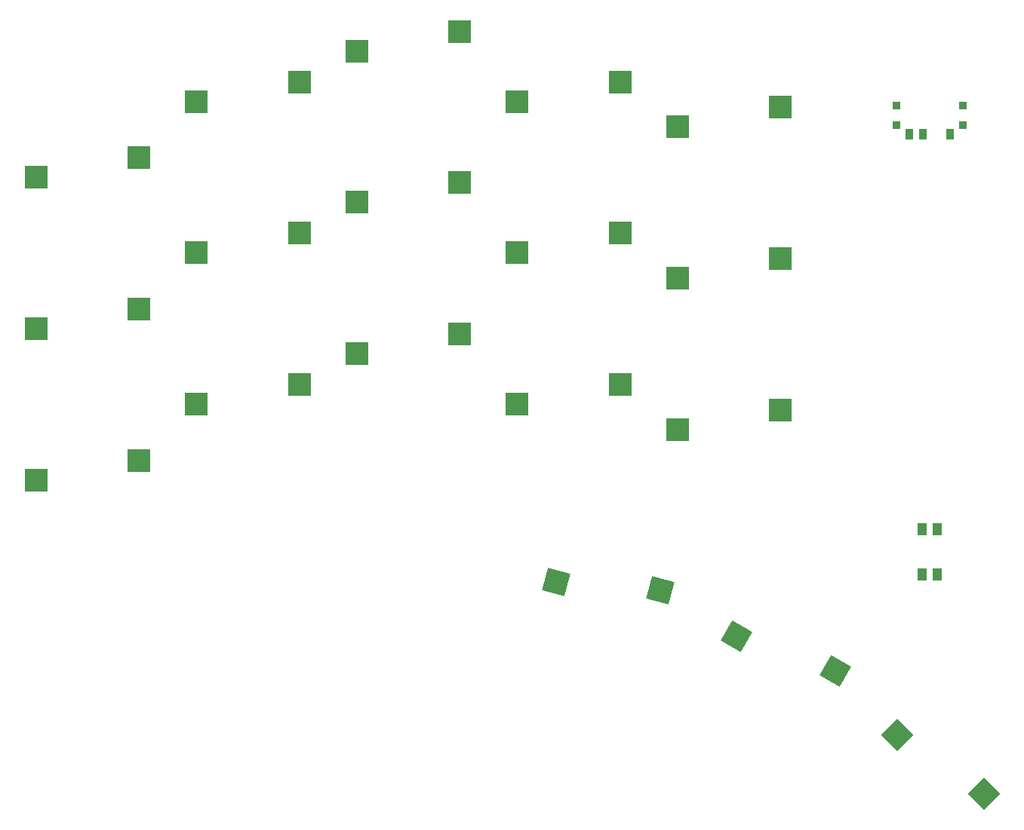
<source format=gtp>
%TF.GenerationSoftware,KiCad,Pcbnew,(6.0.5)*%
%TF.CreationDate,2022-09-17T13:25:28+02:00*%
%TF.ProjectId,rae_dux_no_splay,7261655f-6475-4785-9f6e-6f5f73706c61,v1.0.0*%
%TF.SameCoordinates,Original*%
%TF.FileFunction,Paste,Top*%
%TF.FilePolarity,Positive*%
%FSLAX46Y46*%
G04 Gerber Fmt 4.6, Leading zero omitted, Abs format (unit mm)*
G04 Created by KiCad (PCBNEW (6.0.5)) date 2022-09-17 13:25:28*
%MOMM*%
%LPD*%
G01*
G04 APERTURE LIST*
G04 Aperture macros list*
%AMRotRect*
0 Rectangle, with rotation*
0 The origin of the aperture is its center*
0 $1 length*
0 $2 width*
0 $3 Rotation angle, in degrees counterclockwise*
0 Add horizontal line*
21,1,$1,$2,0,0,$3*%
G04 Aperture macros list end*
%ADD10R,2.600000X2.600000*%
%ADD11RotRect,2.600000X2.600000X345.000000*%
%ADD12RotRect,2.600000X2.600000X330.000000*%
%ADD13RotRect,2.600000X2.600000X315.000000*%
%ADD14R,0.900000X1.250000*%
%ADD15R,0.900000X0.900000*%
%ADD16R,1.000000X1.450000*%
G04 APERTURE END LIST*
D10*
X71275000Y55950000D03*
X59725000Y53750000D03*
X71275000Y72950000D03*
X59725000Y70750000D03*
X71275000Y89950000D03*
X59725000Y87750000D03*
X89275000Y64450000D03*
X77725000Y62250000D03*
X89275000Y81450000D03*
X77725000Y79250000D03*
X89275000Y98450000D03*
X77725000Y96250000D03*
X107275000Y70116667D03*
X95725000Y67916667D03*
X107275000Y87116667D03*
X95725000Y84916667D03*
X107275000Y104116667D03*
X95725000Y101916667D03*
X125275000Y64450000D03*
X113725000Y62250000D03*
X125275000Y81450000D03*
X113725000Y79250000D03*
X125275000Y98450000D03*
X113725000Y96250000D03*
X143275000Y61616667D03*
X131725000Y59416667D03*
X143275000Y78616667D03*
X131725000Y76416667D03*
X143275000Y95616667D03*
X131725000Y93416667D03*
D11*
X129783339Y41388548D03*
X118057494Y42252871D03*
D12*
X149428791Y32325748D03*
X138326198Y36195492D03*
D13*
X166059216Y18487139D03*
X156336498Y25098587D03*
D14*
X162250000Y92591667D03*
X159250000Y92591667D03*
X157750000Y92591667D03*
D15*
X163700000Y95766667D03*
X163700000Y93566667D03*
X156300000Y93566667D03*
X156300000Y95766667D03*
D16*
X159150000Y43091667D03*
X159150000Y48241667D03*
X160850000Y43091667D03*
X160850000Y48241667D03*
M02*

</source>
